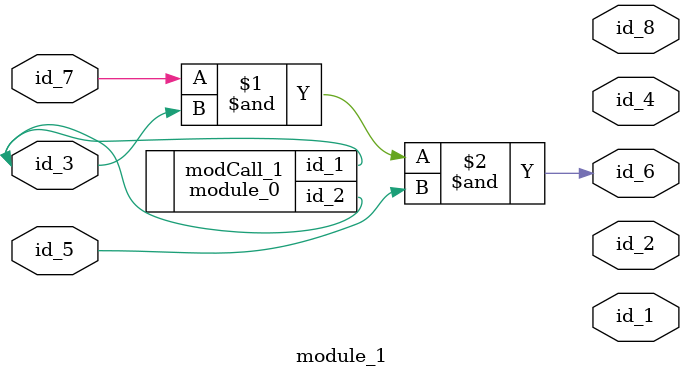
<source format=v>
module module_0 (
    id_1,
    id_2
);
  inout wire id_2;
  inout wire id_1;
  wire id_3 = id_3, id_4, id_5, id_6, id_7, id_8, id_9, id_10;
endmodule
module module_1 (
    id_1,
    id_2,
    id_3,
    id_4,
    id_5,
    id_6,
    id_7,
    id_8
);
  output wire id_8;
  input wire id_7;
  output wire id_6;
  input wire id_5;
  output wire id_4;
  inout wire id_3;
  output wire id_2;
  output wire id_1;
  and primCall (id_6, id_7, id_3, id_5);
  module_0 modCall_1 (
      id_3,
      id_3
  );
endmodule

</source>
